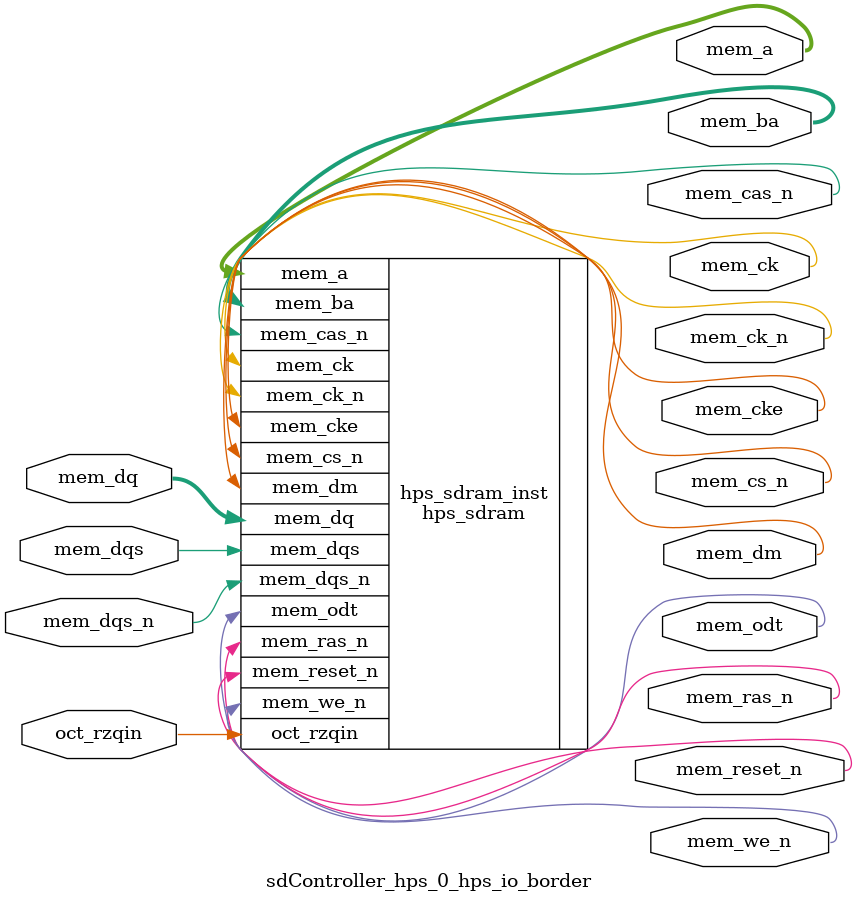
<source format=sv>


module sdController_hps_0_hps_io_border(
// memory
  output wire [13 - 1 : 0 ] mem_a
 ,output wire [3 - 1 : 0 ] mem_ba
 ,output wire [1 - 1 : 0 ] mem_ck
 ,output wire [1 - 1 : 0 ] mem_ck_n
 ,output wire [1 - 1 : 0 ] mem_cke
 ,output wire [1 - 1 : 0 ] mem_cs_n
 ,output wire [1 - 1 : 0 ] mem_ras_n
 ,output wire [1 - 1 : 0 ] mem_cas_n
 ,output wire [1 - 1 : 0 ] mem_we_n
 ,output wire [1 - 1 : 0 ] mem_reset_n
 ,inout wire [8 - 1 : 0 ] mem_dq
 ,inout wire [1 - 1 : 0 ] mem_dqs
 ,inout wire [1 - 1 : 0 ] mem_dqs_n
 ,output wire [1 - 1 : 0 ] mem_odt
 ,output wire [1 - 1 : 0 ] mem_dm
 ,input wire [1 - 1 : 0 ] oct_rzqin
);


hps_sdram hps_sdram_inst(
 .mem_dq({
    mem_dq[7:0] // 7:0
  })
,.mem_odt({
    mem_odt[0:0] // 0:0
  })
,.mem_ras_n({
    mem_ras_n[0:0] // 0:0
  })
,.mem_dqs_n({
    mem_dqs_n[0:0] // 0:0
  })
,.mem_dqs({
    mem_dqs[0:0] // 0:0
  })
,.mem_dm({
    mem_dm[0:0] // 0:0
  })
,.mem_we_n({
    mem_we_n[0:0] // 0:0
  })
,.mem_cas_n({
    mem_cas_n[0:0] // 0:0
  })
,.mem_ba({
    mem_ba[2:0] // 2:0
  })
,.mem_a({
    mem_a[12:0] // 12:0
  })
,.mem_cs_n({
    mem_cs_n[0:0] // 0:0
  })
,.mem_ck({
    mem_ck[0:0] // 0:0
  })
,.mem_cke({
    mem_cke[0:0] // 0:0
  })
,.oct_rzqin({
    oct_rzqin[0:0] // 0:0
  })
,.mem_reset_n({
    mem_reset_n[0:0] // 0:0
  })
,.mem_ck_n({
    mem_ck_n[0:0] // 0:0
  })
);

endmodule


</source>
